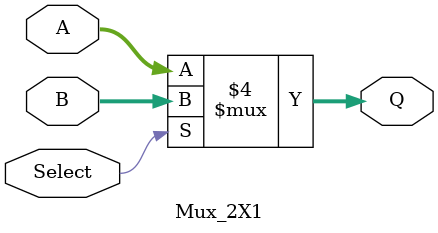
<source format=v>

module Mux_2X1 (
    input Select,
    input wire [31:0] A, B,

    output reg [31:0] Q
);

always @(Select or A or B) begin
    if (Select == 0)
        Q <= A;
    else
        Q <= B;
    end
endmodule

</source>
